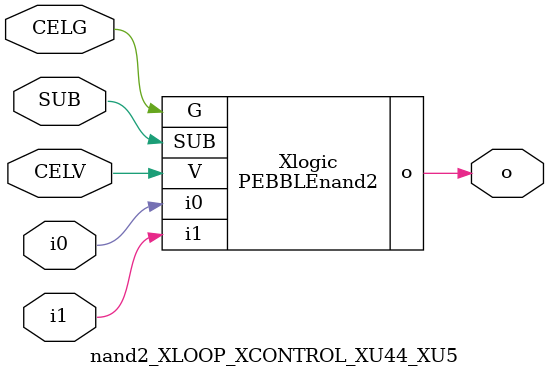
<source format=v>



module PEBBLEnand2 ( o, G, SUB, V, i0, i1 );

  input i0;
  input V;
  input i1;
  input G;
  output o;
  input SUB;
endmodule

//Celera Confidential Do Not Copy nand2_XLOOP_XCONTROL_XU44_XU5
//Celera Confidential Symbol Generator
//5V NAND2
module nand2_XLOOP_XCONTROL_XU44_XU5 (CELV,CELG,i0,i1,o,SUB);
input CELV;
input CELG;
input i0;
input i1;
input SUB;
output o;

//Celera Confidential Do Not Copy nand2
PEBBLEnand2 Xlogic(
.V (CELV),
.i0 (i0),
.i1 (i1),
.o (o),
.SUB (SUB),
.G (CELG)
);
//,diesize,PEBBLEnand2

//Celera Confidential Do Not Copy Module End
//Celera Schematic Generator
endmodule

</source>
